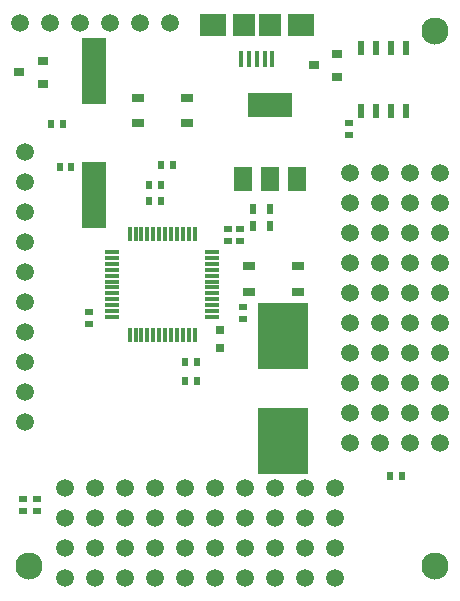
<source format=gts>
G04 (created by PCBNEW (25-Oct-2014 BZR 4029)-stable) date Tue 06 Oct 2015 12:48:15 PM EDT*
%MOIN*%
G04 Gerber Fmt 3.4, Leading zero omitted, Abs format*
%FSLAX34Y34*%
G01*
G70*
G90*
G04 APERTURE LIST*
%ADD10C,0.00590551*%
%ADD11R,0.0236299X0.051189*%
%ADD12R,0.023622X0.0511811*%
%ADD13R,0.0118118X0.0472449*%
%ADD14R,0.0472449X0.0118118*%
%ADD15R,0.0413386X0.0255906*%
%ADD16R,0.059063X0.078748*%
%ADD17R,0.149614X0.078748*%
%ADD18R,0.0748031X0.0748031*%
%ADD19R,0.0905512X0.0748031*%
%ADD20R,0.015748X0.0551181*%
%ADD21R,0.0354409X0.0315039*%
%ADD22R,0.0314961X0.0314961*%
%ADD23C,0.0590551*%
%ADD24R,0.0275591X0.023622*%
%ADD25R,0.023622X0.0275591*%
%ADD26R,0.0236299X0.0354409*%
%ADD27R,0.16937X0.220551*%
%ADD28R,0.169291X0.220472*%
%ADD29R,0.082685X0.22048*%
%ADD30C,0.0905512*%
G04 APERTURE END LIST*
G54D10*
G54D11*
X81864Y-40846D03*
G54D12*
X82364Y-40846D03*
G54D11*
X81364Y-40846D03*
X80864Y-40846D03*
X80864Y-42933D03*
X81364Y-42933D03*
X81864Y-42933D03*
X82364Y-42933D03*
G54D13*
X75326Y-47051D03*
X75129Y-47051D03*
X74933Y-47051D03*
X74736Y-47051D03*
X74539Y-47051D03*
X74342Y-47051D03*
X74145Y-47051D03*
X73948Y-47051D03*
X73751Y-47051D03*
X73555Y-47051D03*
X73358Y-47051D03*
X73161Y-47051D03*
X73161Y-50397D03*
X73358Y-50397D03*
X73555Y-50397D03*
X73751Y-50397D03*
X73948Y-50397D03*
X74145Y-50397D03*
X74342Y-50397D03*
X74539Y-50397D03*
X74736Y-50397D03*
X74933Y-50397D03*
X75129Y-50397D03*
X75326Y-50397D03*
G54D14*
X72570Y-47641D03*
X72570Y-47838D03*
X72570Y-48035D03*
X72570Y-48232D03*
X72570Y-48429D03*
X72570Y-48625D03*
X72570Y-48822D03*
X72570Y-49019D03*
X72570Y-49216D03*
X72570Y-49413D03*
X72570Y-49610D03*
X72570Y-49807D03*
X75917Y-49807D03*
X75917Y-49610D03*
X75917Y-49413D03*
X75917Y-49216D03*
X75917Y-49019D03*
X75917Y-48822D03*
X75917Y-48625D03*
X75917Y-48429D03*
X75917Y-48232D03*
X75917Y-48035D03*
X75917Y-47838D03*
X75917Y-47641D03*
G54D15*
X73435Y-43336D03*
X73435Y-42490D03*
X75068Y-43336D03*
X75068Y-42490D03*
X78769Y-48120D03*
X78769Y-48966D03*
X77135Y-48120D03*
X77135Y-48966D03*
G54D16*
X76929Y-45216D03*
X77834Y-45216D03*
X78740Y-45216D03*
G54D17*
X77834Y-42736D03*
G54D18*
X77834Y-40078D03*
X76968Y-40078D03*
G54D19*
X78877Y-40078D03*
X75925Y-40078D03*
G54D20*
X77401Y-41200D03*
X77657Y-41200D03*
X77913Y-41200D03*
X77145Y-41200D03*
X76889Y-41200D03*
G54D21*
X79291Y-41417D03*
X80078Y-41043D03*
X80078Y-41791D03*
X69488Y-41653D03*
X70275Y-41279D03*
X70275Y-42027D03*
G54D22*
X76181Y-50255D03*
X76181Y-50846D03*
G54D23*
X71500Y-40000D03*
X70500Y-40000D03*
X69500Y-40000D03*
X72500Y-40000D03*
X73500Y-40000D03*
X74500Y-40000D03*
X71000Y-56500D03*
X71000Y-55500D03*
X71000Y-57500D03*
X71000Y-58500D03*
X72000Y-56500D03*
X72000Y-55500D03*
X72000Y-57500D03*
X72000Y-58500D03*
X73000Y-56500D03*
X73000Y-55500D03*
X73000Y-57500D03*
X73000Y-58500D03*
X74000Y-56500D03*
X74000Y-55500D03*
X74000Y-57500D03*
X74000Y-58500D03*
X75000Y-56500D03*
X75000Y-55500D03*
X75000Y-57500D03*
X75000Y-58500D03*
X76000Y-56500D03*
X76000Y-55500D03*
X76000Y-57500D03*
X76000Y-58500D03*
X77000Y-56500D03*
X77000Y-55500D03*
X77000Y-57500D03*
X77000Y-58500D03*
X79000Y-56500D03*
X79000Y-55500D03*
X79000Y-57500D03*
X79000Y-58500D03*
X81500Y-46000D03*
X80500Y-46000D03*
X82500Y-46000D03*
X83500Y-46000D03*
X81500Y-47000D03*
X80500Y-47000D03*
X82500Y-47000D03*
X83500Y-47000D03*
X81500Y-45000D03*
X80500Y-45000D03*
X82500Y-45000D03*
X83500Y-45000D03*
X81500Y-48000D03*
X80500Y-48000D03*
X82500Y-48000D03*
X83500Y-48000D03*
X81500Y-49000D03*
X80500Y-49000D03*
X82500Y-49000D03*
X83500Y-49000D03*
X81500Y-50000D03*
X80500Y-50000D03*
X82500Y-50000D03*
X83500Y-50000D03*
X81500Y-51000D03*
X80500Y-51000D03*
X82500Y-51000D03*
X83500Y-51000D03*
X81500Y-52000D03*
X80500Y-52000D03*
X82500Y-52000D03*
X83500Y-52000D03*
X81500Y-53000D03*
X80500Y-53000D03*
X82500Y-53000D03*
X83500Y-53000D03*
X81500Y-54000D03*
X80500Y-54000D03*
X82500Y-54000D03*
X83500Y-54000D03*
X78000Y-56500D03*
X78000Y-55500D03*
X78000Y-57500D03*
X78000Y-58500D03*
X80000Y-56500D03*
X80000Y-55500D03*
X80000Y-57500D03*
X80000Y-58500D03*
X69685Y-49318D03*
X69685Y-50318D03*
X69685Y-51318D03*
X69685Y-52318D03*
X69685Y-53318D03*
X69685Y-48318D03*
X69685Y-47318D03*
X69685Y-46318D03*
X69685Y-45318D03*
X69685Y-44318D03*
G54D24*
X70078Y-56259D03*
X70078Y-55866D03*
X69606Y-56259D03*
X69606Y-55866D03*
X76929Y-49488D03*
X76929Y-49881D03*
G54D25*
X75000Y-51929D03*
X75393Y-51929D03*
X75000Y-51299D03*
X75393Y-51299D03*
G54D24*
X71811Y-49645D03*
X71811Y-50039D03*
G54D25*
X73818Y-45944D03*
X74212Y-45944D03*
X73818Y-45393D03*
X74212Y-45393D03*
X74606Y-44724D03*
X74212Y-44724D03*
G54D24*
X76850Y-46889D03*
X76850Y-47283D03*
X76456Y-46889D03*
X76456Y-47283D03*
G54D25*
X81850Y-55118D03*
X82244Y-55118D03*
G54D24*
X80472Y-43346D03*
X80472Y-43740D03*
G54D26*
X77854Y-46220D03*
X77263Y-46220D03*
X77854Y-46771D03*
X77263Y-46771D03*
G54D27*
X78267Y-53956D03*
G54D28*
X78267Y-50452D03*
G54D29*
X71968Y-41594D03*
X71968Y-45728D03*
G54D25*
X70826Y-44803D03*
X71220Y-44803D03*
X70551Y-43385D03*
X70944Y-43385D03*
G54D30*
X83346Y-40275D03*
X83346Y-58110D03*
X69803Y-58110D03*
M02*

</source>
